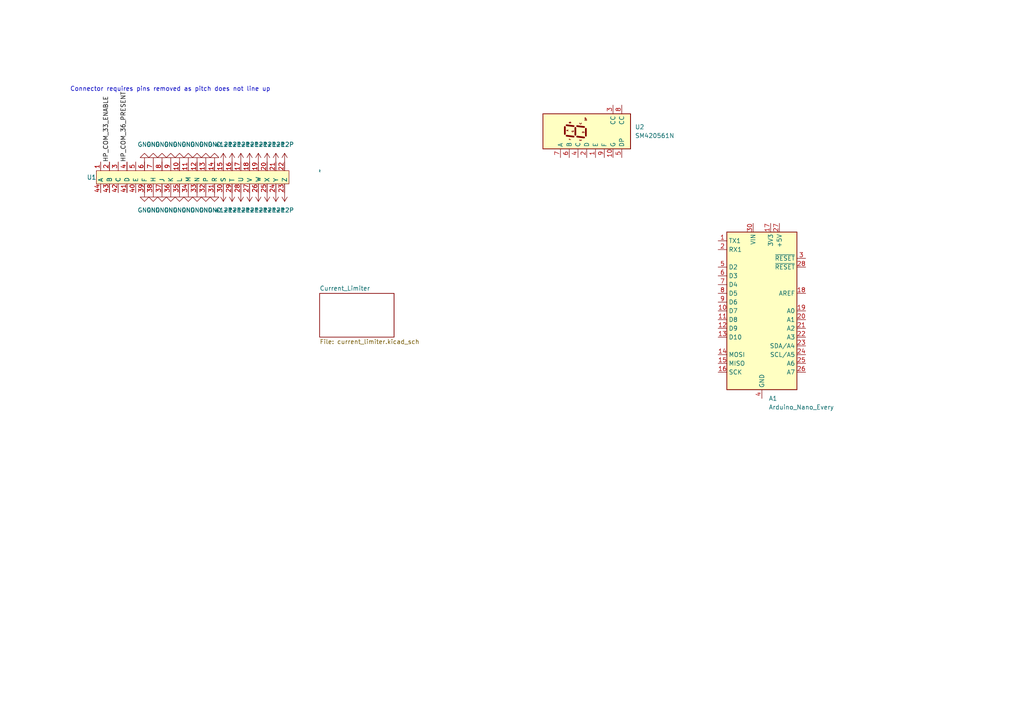
<source format=kicad_sch>
(kicad_sch (version 20230121) (generator eeschema)
  (paper "A4")
  (lib_symbols
    (symbol "Display_Character:SM420561N"
      (property "Reference" "U" (at -2.54 13.97 0))
      (property "Value" "SM420561N" (at 1.27 13.97 0))
      (symbol "SM420561N_0_0"
        (text "A" (at 0.254 5.588 0) (effects (font (size 0.508 0.508))))
        (text "B" (at 2.54 4.826 0) (effects (font (size 0.508 0.508))))
        (text "C" (at 2.286 1.778 0) (effects (font (size 0.508 0.508))))
        (text "D" (at -0.254 1.016 0) (effects (font (size 0.508 0.508))))
        (text "DP" (at 3.556 0.254 0) (effects (font (size 0.508 0.508))))
        (text "E" (at -2.54 1.778 0) (effects (font (size 0.508 0.508))))
        (text "F" (at -2.286 4.826 0) (effects (font (size 0.508 0.508))))
        (text "G" (at 0 4.064 0) (effects (font (size 0.508 0.508))))
      )
      (symbol "SM420561N_0_1"
        (rectangle (start -5.08 12.7) (end 5.08 -12.7) (stroke (width 0.254)) (fill (type background)))
        (polyline (pts (xy -1.524 2.794) (xy -1.778 0.762)) (stroke (width 0.508)))
        (polyline (pts (xy -1.27 0.254) (xy 0.762 0.254)) (stroke (width 0.508)))
        (polyline (pts (xy -1.27 5.842) (xy -1.524 3.81)) (stroke (width 0.508)))
        (polyline (pts (xy -1.016 3.302) (xy 1.016 3.302)) (stroke (width 0.508)))
        (polyline (pts (xy -0.762 6.35) (xy 1.27 6.35)) (stroke (width 0.508)))
        (polyline (pts (xy 1.524 2.794) (xy 1.27 0.762)) (stroke (width 0.508)))
        (polyline (pts (xy 1.778 5.842) (xy 1.524 3.81)) (stroke (width 0.508)))
        (polyline (pts (xy 2.54 0.254) (xy 2.54 0.254)) (stroke (width 0.508)))
      )
      (symbol "SM420561N_1_1"
        (pin input line (at -7.62 -2.54 0) (length 2.54) (name "E") (number "1"))
        (pin input line (at -7.62 -7.62 0) (length 2.54) (name "G") (number "10"))
        (pin input line (at -7.62 0 0) (length 2.54) (name "D") (number "2"))
        (pin input line (at 7.62 -7.62 180) (length 2.54) (name "CC") (number "3"))
        (pin input line (at -7.62 2.54 0) (length 2.54) (name "C") (number "4"))
        (pin input line (at -7.62 -10.16 0) (length 2.54) (name "DP") (number "5"))
        (pin input line (at -7.62 5.08 0) (length 2.54) (name "B") (number "6"))
        (pin input line (at -7.62 7.62 0) (length 2.54) (name "A") (number "7"))
        (pin input line (at 7.62 -10.16 180) (length 2.54) (name "CC") (number "8"))
        (pin input line (at -7.62 -5.08 0) (length 2.54) (name "F") (number "9"))
      )
    )
    (symbol "MCU_Module:Arduino_Nano_Every"
      (property "Reference" "A" (at -10.16 23.495 0))
      (property "Value" "Arduino_Nano_Every" (at 5.08 -24.13 0))
      (symbol "Arduino_Nano_Every_0_1"
        (rectangle (start -10.16 22.86) (end 10.16 -22.86) (stroke (width 0.254)) (fill (type background)))
      )
      (symbol "Arduino_Nano_Every_1_1"
        (pin bidirectional line (at -12.7 20.32 0) (length 2.54) (name "TX1") (number "1"))
        (pin bidirectional line (at -12.7 0 0) (length 2.54) (name "D7") (number "10"))
        (pin bidirectional line (at -12.7 -2.54 0) (length 2.54) (name "D8") (number "11"))
        (pin bidirectional line (at -12.7 -5.08 0) (length 2.54) (name "D9") (number "12"))
        (pin bidirectional line (at -12.7 -7.62 0) (length 2.54) (name "D10") (number "13"))
        (pin bidirectional line (at -12.7 -12.7 0) (length 2.54) (name "MOSI") (number "14"))
        (pin bidirectional line (at -12.7 -15.24 0) (length 2.54) (name "MISO") (number "15"))
        (pin bidirectional line (at -12.7 -17.78 0) (length 2.54) (name "SCK") (number "16"))
        (pin power_out line (at 2.54 25.4 270) (length 2.54) (name "3V3") (number "17"))
        (pin input line (at 12.7 5.08 180) (length 2.54) (name "AREF") (number "18"))
        (pin bidirectional line (at 12.7 0 180) (length 2.54) (name "A0") (number "19"))
        (pin bidirectional line (at -12.7 17.78 0) (length 2.54) (name "RX1") (number "2"))
        (pin bidirectional line (at 12.7 -2.54 180) (length 2.54) (name "A1") (number "20"))
        (pin bidirectional line (at 12.7 -5.08 180) (length 2.54) (name "A2") (number "21"))
        (pin bidirectional line (at 12.7 -7.62 180) (length 2.54) (name "A3") (number "22"))
        (pin bidirectional line (at 12.7 -10.16 180) (length 2.54) (name "SDA/A4") (number "23"))
        (pin bidirectional line (at 12.7 -12.7 180) (length 2.54) (name "SCL/A5") (number "24"))
        (pin bidirectional line (at 12.7 -15.24 180) (length 2.54) (name "A6") (number "25"))
        (pin bidirectional line (at 12.7 -17.78 180) (length 2.54) (name "A7") (number "26"))
        (pin power_out line (at 5.08 25.4 270) (length 2.54) (name "+5V") (number "27"))
        (pin input line (at 12.7 12.7 180) (length 2.54) (name "~{RESET}") (number "28"))
        (pin passive line (at 0 -25.4 90) (length 2.54) hide (name "GND") (number "29"))
        (pin input line (at 12.7 15.24 180) (length 2.54) (name "~{RESET}") (number "3"))
        (pin power_in line (at -2.54 25.4 270) (length 2.54) (name "VIN") (number "30"))
        (pin power_in line (at 0 -25.4 90) (length 2.54) (name "GND") (number "4"))
        (pin bidirectional line (at -12.7 12.7 0) (length 2.54) (name "D2") (number "5"))
        (pin bidirectional line (at -12.7 10.16 0) (length 2.54) (name "D3") (number "6"))
        (pin bidirectional line (at -12.7 7.62 0) (length 2.54) (name "D4") (number "7"))
        (pin bidirectional line (at -12.7 5.08 0) (length 2.54) (name "D5") (number "8"))
        (pin bidirectional line (at -12.7 2.54 0) (length 2.54) (name "D6") (number "9"))
      )
    )
    (symbol "my parts:50-44A-30"
      (property "Reference" "J" (at 0 0 0))
      (symbol "50-44A-30_1_1"
        (rectangle (start 0 64.77) (end 3.81 8.89) (fill (type background)))
        (pin input line (at -2.54 63.5 0) (length 2.54) (name "") (number "1"))
        (pin input line (at -2.54 40.64 0) (length 2.54) (name "") (number "10"))
        (pin input line (at -2.54 38.1 0) (length 2.54) (name "") (number "11"))
        (pin input line (at -2.54 35.56 0) (length 2.54) (name "") (number "12"))
        (pin input line (at -2.54 33.02 0) (length 2.54) (name "") (number "13"))
        (pin input line (at -2.54 30.48 0) (length 2.54) (name "") (number "14"))
        (pin input line (at -2.54 27.94 0) (length 2.54) (name "") (number "15"))
        (pin input line (at -2.54 25.4 0) (length 2.54) (name "") (number "16"))
        (pin input line (at -2.54 22.86 0) (length 2.54) (name "") (number "17"))
        (pin input line (at -2.54 20.32 0) (length 2.54) (name "") (number "18"))
        (pin input line (at -2.54 17.78 0) (length 2.54) (name "") (number "19"))
        (pin input line (at -2.54 60.96 0) (length 2.54) (name "") (number "2"))
        (pin input line (at -2.54 15.24 0) (length 2.54) (name "") (number "20"))
        (pin input line (at -2.54 12.7 0) (length 2.54) (name "") (number "21"))
        (pin input line (at -2.54 10.16 0) (length 2.54) (name "") (number "22"))
        (pin input line (at 6.35 10.16 180) (length 2.54) (name "Z") (number "23"))
        (pin input line (at 6.35 12.7 180) (length 2.54) (name "Y") (number "24"))
        (pin input line (at 6.35 15.24 180) (length 2.54) (name "X") (number "25"))
        (pin input line (at 6.35 17.78 180) (length 2.54) (name "W") (number "26"))
        (pin input line (at 6.35 20.32 180) (length 2.54) (name "V") (number "27"))
        (pin input line (at 6.35 22.86 180) (length 2.54) (name "U") (number "28"))
        (pin input line (at 6.35 25.4 180) (length 2.54) (name "T") (number "29"))
        (pin input line (at -2.54 58.42 0) (length 2.54) (name "") (number "3"))
        (pin input line (at 6.35 27.94 180) (length 2.54) (name "S") (number "30"))
        (pin input line (at 6.35 30.48 180) (length 2.54) (name "R") (number "31"))
        (pin input line (at 6.35 33.02 180) (length 2.54) (name "P") (number "32"))
        (pin input line (at 6.35 35.56 180) (length 2.54) (name "N") (number "33"))
        (pin input line (at 6.35 38.1 180) (length 2.54) (name "M") (number "34"))
        (pin input line (at 6.35 40.64 180) (length 2.54) (name "L") (number "35"))
        (pin input line (at 6.35 43.18 180) (length 2.54) (name "K") (number "36"))
        (pin input line (at 6.35 45.72 180) (length 2.54) (name "J") (number "37"))
        (pin input line (at 6.35 48.26 180) (length 2.54) (name "H") (number "38"))
        (pin input line (at 6.35 50.8 180) (length 2.54) (name "F") (number "39"))
        (pin input line (at -2.54 55.88 0) (length 2.54) (name "") (number "4"))
        (pin input line (at 6.35 53.34 180) (length 2.54) (name "E") (number "40"))
        (pin input line (at 6.35 55.88 180) (length 2.54) (name "D") (number "41"))
        (pin input line (at 6.35 58.42 180) (length 2.54) (name "C") (number "42"))
        (pin input line (at 6.35 60.96 180) (length 2.54) (name "B") (number "43"))
        (pin input line (at 6.35 63.5 180) (length 2.54) (name "A") (number "44"))
        (pin input line (at -2.54 53.34 0) (length 2.54) (name "") (number "5"))
        (pin input line (at -2.54 50.8 0) (length 2.54) (name "") (number "6"))
        (pin input line (at -2.54 48.26 0) (length 2.54) (name "") (number "7"))
        (pin input line (at -2.54 45.72 0) (length 2.54) (name "") (number "8"))
        (pin input line (at -2.54 43.18 0) (length 2.54) (name "") (number "9"))
      )
    )
    (symbol "power:+12P" (power) (pin_names (offset 0))
      (property "Value" "+12P" (at 0 3.556 0))
      (symbol "+12P_0_1"
        (polyline (pts (xy -0.762 1.27) (xy 0 2.54)))
        (polyline (pts (xy 0 0) (xy 0 2.54)))
        (polyline (pts (xy 0 2.54) (xy 0.762 1.27)))
      )
      (symbol "+12P_1_1"
        (pin power_in line (at 0 0 90) (length 0) hide (name "+12P") (number "1"))
      )
    )
    (symbol "power:GND" (power) (pin_names (offset 0))
      (property "Value" "GND" (at 0 -3.81 0))
      (symbol "GND_0_1"
        (polyline (pts (xy 0 0) (xy 0 -1.27) (xy 1.27 -1.27) (xy 0 -2.54) (xy -1.27 -1.27) (xy 0 -1.27)))
      )
      (symbol "GND_1_1"
        (pin power_in line (at 0 0 270) (length 0) hide (name "GND") (number "1"))
      )
    )
  )
  (text "Connector requires pins removed as pitch does not line up\n" (at 20.32 26.67 0) (effects (font (size 1.27 1.27)) (justify left bottom)))
  (label "HP_COM_33_ENABLE" (at 31.75 46.99 90))
  (label "HP_COM_36_PRESENT" (at 36.83 46.99 90))
  (symbol (lib_id "power:+12P") (at 82.55 46.99 0) (unit 1)
    (property "Reference" "#PWR033" (effects hide))
    (property "Value" "+12P" (at 82.55 41.91 0))
  )
  (symbol (lib_id "power:+12P") (at 72.39 46.99 0) (unit 1)
    (property "Reference" "#PWR025" (effects hide))
    (property "Value" "+12P" (at 72.39 41.91 0))
  )
  (symbol (lib_id "power:GND") (at 44.45 46.99 180) (unit 1)
    (property "Reference" "#PWR03" (effects hide))
    (property "Value" "GND" (at 44.45 41.91 0))
  )
  (symbol (lib_id "power:GND") (at 59.69 55.88 0) (unit 1)
    (property "Reference" "#PWR016" (effects hide))
    (property "Value" "GND" (at 59.69 60.96 0))
  )
  (symbol (lib_id "power:+12P") (at 80.01 46.99 0) (unit 1)
    (property "Reference" "#PWR031" (effects hide))
    (property "Value" "+12P" (at 80.01 41.91 0))
  )
  (symbol (lib_id "power:+12P") (at 80.01 55.88 180) (unit 1)
    (property "Reference" "#PWR032" (effects hide))
    (property "Value" "+12P" (at 80.01 60.96 0))
  )
  (symbol (lib_id "power:GND") (at 59.69 46.99 180) (unit 1)
    (property "Reference" "#PWR015" (effects hide))
    (property "Value" "GND" (at 59.69 41.91 0))
  )
  (symbol (lib_id "power:+12P") (at 77.47 46.99 0) (unit 1)
    (property "Reference" "#PWR029" (effects hide))
    (property "Value" "+12P" (at 77.47 41.91 0))
  )
  (symbol (lib_id "power:+12P") (at 67.31 55.88 180) (unit 1)
    (property "Reference" "#PWR022" (effects hide))
    (property "Value" "+12P" (at 67.31 60.96 0))
  )
  (symbol (lib_id "power:GND") (at 49.53 55.88 0) (unit 1)
    (property "Reference" "#PWR08" (effects hide))
    (property "Value" "GND" (at 49.53 60.96 0))
  )
  (symbol (lib_id "power:GND") (at 44.45 55.88 0) (unit 1)
    (property "Reference" "#PWR04" (effects hide))
    (property "Value" "GND" (at 44.45 60.96 0))
  )
  (symbol (lib_id "power:+12P") (at 82.55 55.88 180) (unit 1)
    (property "Reference" "#PWR034" (effects hide))
    (property "Value" "+12P" (at 82.55 60.96 0))
  )
  (symbol (lib_id "power:+12P") (at 69.85 55.88 180) (unit 1)
    (property "Reference" "#PWR024" (effects hide))
    (property "Value" "+12P" (at 69.85 60.96 0))
  )
  (symbol (lib_id "power:+12P") (at 64.77 55.88 180) (unit 1)
    (property "Reference" "#PWR020" (effects hide))
    (property "Value" "+12P" (at 64.77 60.96 0))
  )
  (symbol (lib_id "power:+12P") (at 69.85 46.99 0) (unit 1)
    (property "Reference" "#PWR023" (effects hide))
    (property "Value" "+12P" (at 69.85 41.91 0))
  )
  (symbol (lib_id "power:GND") (at 41.91 46.99 180) (unit 1)
    (property "Reference" "#PWR01" (effects hide))
    (property "Value" "GND" (at 41.91 41.91 0))
  )
  (symbol (lib_id "power:GND") (at 49.53 46.99 180) (unit 1)
    (property "Reference" "#PWR07" (effects hide))
    (property "Value" "GND" (at 49.53 41.91 0))
  )
  (symbol (lib_id "power:GND") (at 57.15 46.99 180) (unit 1)
    (property "Reference" "#PWR013" (effects hide))
    (property "Value" "GND" (at 57.15 41.91 0))
  )
  (symbol (lib_id "power:GND") (at 52.07 46.99 180) (unit 1)
    (property "Reference" "#PWR09" (effects hide))
    (property "Value" "GND" (at 52.07 41.91 0))
  )
  (symbol (lib_id "MCU_Module:Arduino_Nano_Every") (at 220.98 90.17 0) (unit 1)
    (property "Reference" "A1" (at 222.9359 115.57 0) (effects (justify left)))
    (property "Value" "Arduino_Nano_Every" (at 222.9359 118.11 0) (effects (justify left)))
    (property "Footprint" "Module:Arduino_Nano" (effects hide))
    (property "Datasheet" "https://content.arduino.cc/assets/NANOEveryV3.0_sch.pdf" (effects hide))
  )
  (symbol (lib_id "power:+12P") (at 74.93 55.88 180) (unit 1)
    (property "Reference" "#PWR028" (effects hide))
    (property "Value" "+12P" (at 74.93 60.96 0))
  )
  (symbol (lib_id "power:GND") (at 41.91 55.88 0) (unit 1)
    (property "Reference" "#PWR02" (effects hide))
    (property "Value" "GND" (at 41.91 60.96 0))
  )
  (symbol (lib_id "power:GND") (at 62.23 46.99 180) (unit 1)
    (property "Reference" "#PWR017" (effects hide))
    (property "Value" "GND" (at 62.23 41.91 0))
  )
  (symbol (lib_id "power:GND") (at 57.15 55.88 0) (unit 1)
    (property "Reference" "#PWR014" (effects hide))
    (property "Value" "GND" (at 57.15 60.96 0))
  )
  (symbol (lib_id "power:GND") (at 62.23 55.88 0) (unit 1)
    (property "Reference" "#PWR018" (effects hide))
    (property "Value" "GND" (at 62.23 60.96 0))
  )
  (symbol (lib_id "Display_Character:SM420561N") (at 170.18 38.1 90) (unit 1)
    (property "Reference" "U2" (at 184.15 36.83 90) (effects (justify right)))
    (property "Value" "SM420561N" (at 184.15 39.37 90) (effects (justify right)))
    (property "Footprint" "Display_7Segment:7SegmentLED_LTS6760_LTS6780" (effects hide))
    (property "Datasheet" "https://datasheet.lcsc.com/szlcsc/Wuxi-ARK-Tech-Elec-SM420561N_C141367.pdf" (effects hide))
  )
  (symbol (lib_id "power:GND") (at 46.99 46.99 180) (unit 1)
    (property "Reference" "#PWR05" (effects hide))
    (property "Value" "GND" (at 46.99 41.91 0))
  )
  (symbol (lib_id "power:+12P") (at 72.39 55.88 180) (unit 1)
    (property "Reference" "#PWR026" (effects hide))
    (property "Value" "+12P" (at 72.39 60.96 0))
  )
  (symbol (lib_id "power:GND") (at 54.61 55.88 0) (unit 1)
    (property "Reference" "#PWR012" (effects hide))
    (property "Value" "GND" (at 54.61 60.96 0))
  )
  (symbol (lib_id "my parts:50-44A-30") (at 92.71 49.53 90) (mirror x) (unit 1)
    (property "Reference" "U1" (at 27.94 51.435 90) (effects (justify left)))
    (property "Value" "~" (at 92.71 49.53 0))
    (property "Footprint" "AudioJacks:50-44A-30" (effects hide))
  )
  (symbol (lib_id "power:GND") (at 52.07 55.88 0) (unit 1)
    (property "Reference" "#PWR010" (effects hide))
    (property "Value" "GND" (at 52.07 60.96 0))
  )
  (symbol (lib_id "power:+12P") (at 74.93 46.99 0) (unit 1)
    (property "Reference" "#PWR027" (effects hide))
    (property "Value" "+12P" (at 74.93 41.91 0))
  )
  (symbol (lib_id "power:+12P") (at 64.77 46.99 0) (unit 1)
    (property "Reference" "#PWR019" (effects hide))
    (property "Value" "+12P" (at 64.77 41.91 0))
  )
  (symbol (lib_id "power:+12P") (at 77.47 55.88 180) (unit 1)
    (property "Reference" "#PWR030" (effects hide))
    (property "Value" "+12P" (at 77.47 60.96 0))
  )
  (symbol (lib_id "power:+12P") (at 67.31 46.99 0) (unit 1)
    (property "Reference" "#PWR021" (effects hide))
    (property "Value" "+12P" (at 67.31 41.91 0))
  )
  (symbol (lib_id "power:GND") (at 54.61 46.99 180) (unit 1)
    (property "Reference" "#PWR011" (effects hide))
    (property "Value" "GND" (at 54.61 41.91 0))
  )
  (symbol (lib_id "power:GND") (at 46.99 55.88 0) (unit 1)
    (property "Reference" "#PWR06" (effects hide))
    (property "Value" "GND" (at 46.99 60.96 0))
  )
  (sheet (at 92.71 85.09) (size 21.59 12.7) (stroke (width 0.1524))
    (property "Sheetname" "Current_Limiter" (at 92.71 84.3784 0) (effects (justify left bottom)))
    (property "Sheetfile" "current_limiter.kicad_sch" (at 92.71 98.3746 0) (effects (justify left top)))
  )
)
</source>
